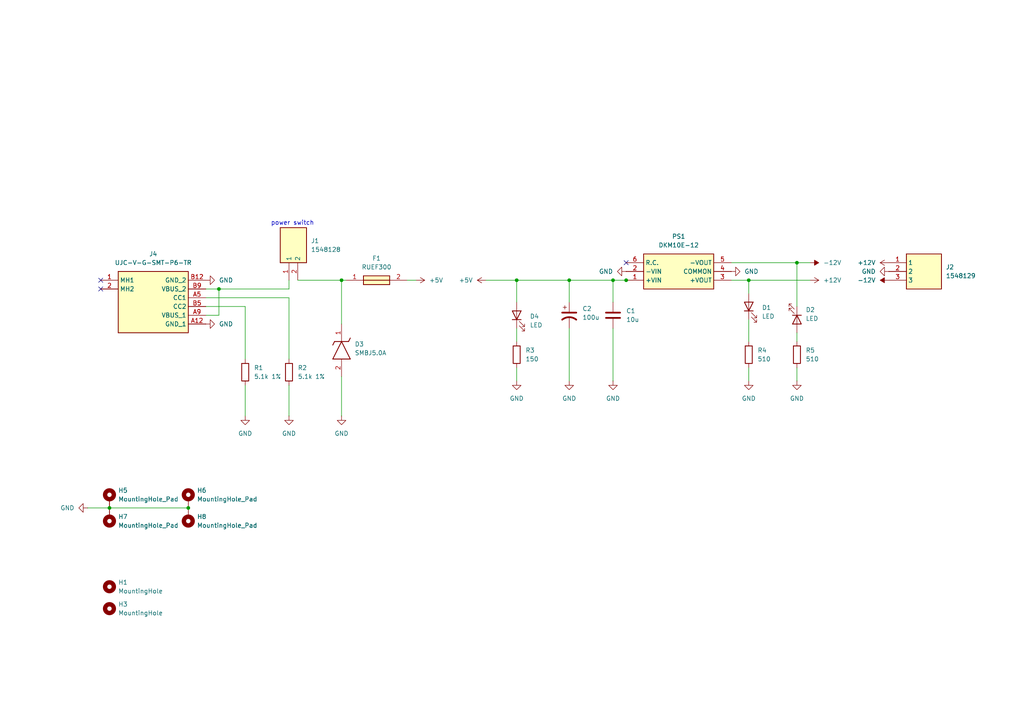
<source format=kicad_sch>
(kicad_sch (version 20250114) (generator "eeschema") (generator_version "9.0")
  (paper "A4")
  (lib_symbols
    (symbol "1548128:1548128"
      (property "Reference" "J" (at 16.51 7.62 0))
      (property "Value" "1548128" (at 16.51 5.08 0))
      (symbol "1548128_1_1"
        (rectangle (start 5.08 2.54) (end 15.24 -5.08) (stroke (width 0.254)) (fill (type background)))
        (pin passive line (at 0 0 0) (length 5.08) (name "1") (number "1"))
        (pin passive line (at 0 -2.54 0) (length 5.08) (name "2") (number "2"))
      )
    )
    (symbol "DKM10E-12:DKM10E-12"
      (property "Reference" "PS" (at 26.67 7.62 0))
      (property "Value" "DKM10E-12" (at 26.67 5.08 0))
      (symbol "DKM10E-12_1_1"
        (rectangle (start 5.08 2.54) (end 25.4 -7.62) (stroke (width 0.254)) (fill (type background)))
        (pin passive line (at 0 0 0) (length 5.08) (name "R.C.") (number "6"))
        (pin passive line (at 0 -2.54 0) (length 5.08) (name "-VIN") (number "2"))
        (pin passive line (at 0 -5.08 0) (length 5.08) (name "+VIN") (number "1"))
        (pin passive line (at 30.48 0 180) (length 5.08) (name "-VOUT") (number "5"))
        (pin passive line (at 30.48 -2.54 180) (length 5.08) (name "COMMON") (number "4"))
        (pin passive line (at 30.48 -5.08 180) (length 5.08) (name "+VOUT") (number "3"))
      )
    )
    (symbol "Device:C" (pin_numbers (hide yes)) (pin_names (offset 0.254))
      (property "Reference" "C" (at 0.635 2.54 0))
      (property "Value" "C" (at 0.635 -2.54 0))
      (symbol "C_0_1"
        (polyline (pts (xy -2.032 0.762) (xy 2.032 0.762)) (stroke (width 0.508)))
        (polyline (pts (xy -2.032 -0.762) (xy 2.032 -0.762)) (stroke (width 0.508)))
      )
      (symbol "C_1_1"
        (pin passive line (at 0 3.81 270) (length 2.794) (name "~") (number "1"))
        (pin passive line (at 0 -3.81 90) (length 2.794) (name "~") (number "2"))
      )
    )
    (symbol "Device:C_Polarized_US" (pin_numbers (hide yes)) (pin_names (offset 0.254) (hide yes))
      (property "Reference" "C" (at 0.635 2.54 0))
      (property "Value" "C_Polarized_US" (at 0.635 -2.54 0))
      (symbol "C_Polarized_US_0_1"
        (polyline (pts (xy -2.032 0.762) (xy 2.032 0.762)) (stroke (width 0.508)))
        (polyline (pts (xy -1.778 2.286) (xy -0.762 2.286)))
        (polyline (pts (xy -1.27 1.778) (xy -1.27 2.794)))
        (arc (start -2.032 -1.27) (mid 0 -0.5572) (end 2.032 -1.27) (stroke (width 0.508)))
      )
      (symbol "C_Polarized_US_1_1"
        (pin passive line (at 0 3.81 270) (length 2.794) (name "~") (number "1"))
        (pin passive line (at 0 -3.81 90) (length 3.302) (name "~") (number "2"))
      )
    )
    (symbol "Device:LED" (pin_numbers (hide yes)) (pin_names (offset 1.016) (hide yes))
      (property "Reference" "D" (at 0 2.54 0))
      (property "Value" "LED" (at 0 -2.54 0))
      (symbol "LED_0_1"
        (polyline (pts (xy -3.048 -0.762) (xy -4.572 -2.286) (xy -3.81 -2.286) (xy -4.572 -2.286) (xy -4.572 -1.524)))
        (polyline (pts (xy -1.778 -0.762) (xy -3.302 -2.286) (xy -2.54 -2.286) (xy -3.302 -2.286) (xy -3.302 -1.524)))
        (polyline (pts (xy -1.27 0) (xy 1.27 0)))
        (polyline (pts (xy -1.27 -1.27) (xy -1.27 1.27)) (stroke (width 0.254)))
        (polyline (pts (xy 1.27 -1.27) (xy 1.27 1.27) (xy -1.27 0) (xy 1.27 -1.27)) (stroke (width 0.254)))
      )
      (symbol "LED_1_1"
        (pin passive line (at -3.81 0 0) (length 2.54) (name "K") (number "1"))
        (pin passive line (at 3.81 0 180) (length 2.54) (name "A") (number "2"))
      )
    )
    (symbol "Device:R" (pin_numbers (hide yes)) (pin_names (offset 0))
      (property "Reference" "R" (at 2.032 0 90))
      (property "Value" "R" (at 0 0 90))
      (symbol "R_0_1"
        (rectangle (start -1.016 -2.54) (end 1.016 2.54) (stroke (width 0.254)))
      )
      (symbol "R_1_1"
        (pin passive line (at 0 3.81 270) (length 1.27) (name "~") (number "1"))
        (pin passive line (at 0 -3.81 90) (length 1.27) (name "~") (number "2"))
      )
    )
    (symbol "Mechanical:MountingHole" (pin_names (offset 1.016)) (in_bom no)
      (property "Reference" "H" (at 0 5.08 0))
      (property "Value" "MountingHole" (at 0 3.175 0))
      (symbol "MountingHole_0_1"
        (circle (center 0 0) (radius 1.27) (stroke (width 1.27)))
      )
    )
    (symbol "Mechanical:MountingHole_Pad" (pin_numbers (hide yes)) (pin_names (offset 1.016) (hide yes)) (in_bom no)
      (property "Reference" "H" (at 0 6.35 0))
      (property "Value" "MountingHole_Pad" (at 0 4.445 0))
      (symbol "MountingHole_Pad_0_1"
        (circle (center 0 1.27) (radius 1.27) (stroke (width 1.27)))
      )
      (symbol "MountingHole_Pad_1_1"
        (pin input line (at 0 -2.54 90) (length 2.54) (name "1") (number "1"))
      )
    )
    (symbol "RUEF300:RUEF300" (pin_names (hide yes))
      (property "Reference" "F" (at 13.97 6.35 0))
      (property "Value" "RUEF300" (at 13.97 3.81 0))
      (symbol "RUEF300_1_1"
        (rectangle (start 5.08 1.27) (end 12.7 -1.27) (stroke (width 0.254)) (fill (type background)))
        (polyline (pts (xy 5.08 0) (xy 12.7 0)) (stroke (width 0.254)))
        (pin passive line (at 0 0 0) (length 5.08) (name "1") (number "1"))
        (pin passive line (at 17.78 0 180) (length 5.08) (name "2") (number "2"))
      )
    )
    (symbol "SMBJ5_0A:SMBJ5.0A" (pin_names (hide yes))
      (property "Reference" "D" (at 10.16 8.89 0))
      (property "Value" "SMBJ5.0A" (at 10.16 6.35 0))
      (symbol "SMBJ5.0A_1_1"
        (polyline (pts (xy 4.064 2.54) (xy 5.08 2.032)) (stroke (width 0.254)))
        (polyline (pts (xy 5.08 0) (xy 10.16 2.54)) (stroke (width 0.254)))
        (polyline (pts (xy 5.08 -2.032) (xy 5.08 2.032)) (stroke (width 0.254)))
        (polyline (pts (xy 5.08 -2.032) (xy 6.096 -2.54)) (stroke (width 0.254)))
        (polyline (pts (xy 10.16 -2.54) (xy 5.08 0)) (stroke (width 0.254)))
        (polyline (pts (xy 10.16 -2.54) (xy 10.16 2.54)) (stroke (width 0.254)))
        (pin bidirectional line (at 0 0 0) (length 5.08) (name "K") (number "1"))
        (pin bidirectional line (at 15.24 0 180) (length 5.08) (name "A") (number "2"))
      )
    )
    (symbol "Steckbare Anschlussblöcke MKDSN 1,5/ 3-5,08 SPE:1548129"
      (property "Reference" "J" (at 16.51 7.62 0))
      (property "Value" "1548129" (at 16.51 5.08 0))
      (symbol "1548129_1_1"
        (rectangle (start 5.08 2.54) (end 15.24 -7.62) (stroke (width 0.254)) (fill (type background)))
        (pin passive line (at 0 0 0) (length 5.08) (name "1") (number "1"))
        (pin passive line (at 0 -2.54 0) (length 5.08) (name "2") (number "2"))
        (pin passive line (at 0 -5.08 0) (length 5.08) (name "3") (number "3"))
      )
    )
    (symbol "UJC-V-G-SMT-P6-TR:UJC-V-G-SMT-P6-TR"
      (property "Reference" "J" (at 26.67 7.62 0))
      (property "Value" "UJC-V-G-SMT-P6-TR" (at 26.67 5.08 0))
      (symbol "UJC-V-G-SMT-P6-TR_1_1"
        (rectangle (start 5.08 2.54) (end 25.4 -15.24) (stroke (width 0.254)) (fill (type background)))
        (pin passive line (at 0 0 0) (length 5.08) (name "MH1") (number "1"))
        (pin passive line (at 0 -2.54 0) (length 5.08) (name "MH2") (number "2"))
        (pin passive line (at 30.48 0 180) (length 5.08) (name "GND_2") (number "B12"))
        (pin passive line (at 30.48 -2.54 180) (length 5.08) (name "VBUS_2") (number "B9"))
        (pin passive line (at 30.48 -5.08 180) (length 5.08) (name "CC1") (number "A5"))
        (pin passive line (at 30.48 -7.62 180) (length 5.08) (name "CC2") (number "B5"))
        (pin passive line (at 30.48 -10.16 180) (length 5.08) (name "VBUS_1") (number "A9"))
        (pin passive line (at 30.48 -12.7 180) (length 5.08) (name "GND_1") (number "A12"))
      )
    )
    (symbol "power:+12V" (power) (pin_numbers (hide yes)) (pin_names (offset 0) (hide yes))
      (property "Value" "+12V" (at 0 3.556 0))
      (symbol "+12V_0_1"
        (polyline (pts (xy -0.762 1.27) (xy 0 2.54)))
        (polyline (pts (xy 0 2.54) (xy 0.762 1.27)))
        (polyline (pts (xy 0 0) (xy 0 2.54)))
      )
      (symbol "+12V_1_1"
        (pin power_in line (at 0 0 90) (length 0) (name "~") (number "1"))
      )
    )
    (symbol "power:+5V" (power) (pin_numbers (hide yes)) (pin_names (offset 0) (hide yes))
      (property "Value" "+5V" (at 0 3.556 0))
      (symbol "+5V_0_1"
        (polyline (pts (xy -0.762 1.27) (xy 0 2.54)))
        (polyline (pts (xy 0 2.54) (xy 0.762 1.27)))
        (polyline (pts (xy 0 0) (xy 0 2.54)))
      )
      (symbol "+5V_1_1"
        (pin power_in line (at 0 0 90) (length 0) (name "~") (number "1"))
      )
    )
    (symbol "power:-12V" (power) (pin_numbers (hide yes)) (pin_names (offset 0) (hide yes))
      (property "Value" "-12V" (at 0 3.556 0))
      (symbol "-12V_0_0"
        (pin power_in line (at 0 0 90) (length 0) (name "~") (number "1"))
      )
      (symbol "-12V_0_1"
        (polyline (pts (xy 0 0) (xy 0 1.27) (xy 0.762 1.27) (xy 0 2.54) (xy -0.762 1.27) (xy 0 1.27)) (fill (type outline)))
      )
    )
    (symbol "power:GND" (power) (pin_numbers (hide yes)) (pin_names (offset 0) (hide yes))
      (property "Value" "GND" (at 0 -3.81 0))
      (symbol "GND_0_1"
        (polyline (pts (xy 0 0) (xy 0 -1.27) (xy 1.27 -1.27) (xy 0 -2.54) (xy -1.27 -1.27) (xy 0 -1.27)))
      )
      (symbol "GND_1_1"
        (pin power_in line (at 0 0 270) (length 0) (name "~") (number "1"))
      )
    )
  )
  (text "power switch\n" (at 84.836 64.77 0) (effects (font (size 1.27 1.27))))
  (junction (at 217.17 81.28))
  (junction (at 63.5 83.82))
  (junction (at 177.8 81.28))
  (junction (at 31.75 147.32))
  (junction (at 181.61 81.28))
  (junction (at 165.1 81.28))
  (junction (at 231.14 76.2))
  (junction (at 54.61 147.32))
  (junction (at 99.06 81.28))
  (junction (at 149.86 81.28))
  (no_connect (at 29.21 81.28))
  (no_connect (at 29.21 83.82))
  (no_connect (at 181.61 76.2))
  (wire (pts (xy 31.75 147.32) (xy 54.61 147.32)))
  (wire (pts (xy 100.33 81.28) (xy 99.06 81.28)))
  (wire (pts (xy 217.17 92.71) (xy 217.17 99.06)))
  (wire (pts (xy 149.86 95.25) (xy 149.86 99.06)))
  (wire (pts (xy 71.12 88.9) (xy 71.12 104.14)))
  (wire (pts (xy 231.14 106.68) (xy 231.14 110.49)))
  (wire (pts (xy 234.95 76.2) (xy 231.14 76.2)))
  (wire (pts (xy 63.5 83.82) (xy 83.82 83.82)))
  (wire (pts (xy 217.17 85.09) (xy 217.17 81.28)))
  (wire (pts (xy 59.69 83.82) (xy 63.5 83.82)))
  (wire (pts (xy 149.86 87.63) (xy 149.86 81.28)))
  (wire (pts (xy 231.14 76.2) (xy 231.14 88.9)))
  (wire (pts (xy 86.36 81.28) (xy 99.06 81.28)))
  (wire (pts (xy 59.69 88.9) (xy 71.12 88.9)))
  (wire (pts (xy 231.14 96.52) (xy 231.14 99.06)))
  (wire (pts (xy 217.17 106.68) (xy 217.17 110.49)))
  (wire (pts (xy 140.97 81.28) (xy 149.86 81.28)))
  (wire (pts (xy 217.17 81.28) (xy 234.95 81.28)))
  (wire (pts (xy 59.69 86.36) (xy 83.82 86.36)))
  (wire (pts (xy 149.86 81.28) (xy 165.1 81.28)))
  (wire (pts (xy 25.4 147.32) (xy 31.75 147.32)))
  (wire (pts (xy 99.06 93.98) (xy 99.06 81.28)))
  (wire (pts (xy 217.17 81.28) (xy 212.09 81.28)))
  (wire (pts (xy 71.12 111.76) (xy 71.12 120.65)))
  (wire (pts (xy 149.86 106.68) (xy 149.86 110.49)))
  (wire (pts (xy 83.82 83.82) (xy 83.82 81.28)))
  (wire (pts (xy 177.8 95.25) (xy 177.8 110.49)))
  (wire (pts (xy 83.82 86.36) (xy 83.82 104.14)))
  (wire (pts (xy 231.14 76.2) (xy 212.09 76.2)))
  (wire (pts (xy 99.06 109.22) (xy 99.06 120.65)))
  (wire (pts (xy 63.5 91.44) (xy 63.5 83.82)))
  (wire (pts (xy 59.69 91.44) (xy 63.5 91.44)))
  (wire (pts (xy 118.11 81.28) (xy 120.65 81.28)))
  (wire (pts (xy 177.8 81.28) (xy 181.61 81.28)))
  (wire (pts (xy 165.1 81.28) (xy 177.8 81.28)))
  (wire (pts (xy 165.1 95.25) (xy 165.1 110.49)))
  (wire (pts (xy 185.42 81.28) (xy 181.61 81.28)))
  (wire (pts (xy 165.1 81.28) (xy 165.1 87.63)))
  (wire (pts (xy 177.8 81.28) (xy 177.8 87.63)))
  (wire (pts (xy 83.82 111.76) (xy 83.82 120.65)))
  (symbol (lib_id "power:GND") (at 231.14 110.49 0) (unit 1)
    (property "Reference" "#PWR012" (effects (hide yes)))
    (property "Value" "GND" (at 231.14 115.57 0))
    (property "Description" "Power symbol creates a global label with name \"GND\" , ground" (effects (hide yes)))
  )
  (symbol (lib_id "Device:LED") (at 217.17 88.9 90) (unit 1)
    (property "Reference" "D1" (at 220.98 89.2174 90) (effects (justify right)))
    (property "Value" "LED" (at 220.98 91.7574 90) (effects (justify right)))
    (property "Footprint" "LED_THT:LED_D5.0mm" (effects (hide yes)))
    (property "Description" "Light emitting diode" (effects (hide yes)))
    (property "Sim.Pins" "1=K 2=A" (effects (hide yes)))
  )
  (symbol (lib_id "power:-12V") (at 257.81 81.28 90) (unit 1)
    (property "Reference" "#PWR017" (effects (hide yes)))
    (property "Value" "-12V" (at 254 81.2799 90) (effects (justify left)))
    (property "Description" "Power symbol creates a global label with name \"-12V\"" (effects (hide yes)))
  )
  (symbol (lib_id "Device:R") (at 149.86 102.87 0) (unit 1)
    (property "Reference" "R3" (at 152.4 101.5999 0) (effects (justify left)))
    (property "Value" "150" (at 152.4 104.1399 0) (effects (justify left)))
    (property "Footprint" "Resistor_THT:R_Axial_DIN0207_L6.3mm_D2.5mm_P7.62mm_Horizontal" (effects (hide yes)))
    (property "Description" "Resistor" (effects (hide yes)))
  )
  (symbol (lib_id "Mechanical:MountingHole") (at 31.75 170.18 0) (unit 1) (in_bom no)
    (property "Reference" "H1" (at 34.29 168.9099 0) (effects (justify left)))
    (property "Value" "MountingHole" (at 34.29 171.4499 0) (effects (justify left)))
    (property "Footprint" "MountingHole:MountingHole_3.2mm_M3" (effects (hide yes)))
    (property "Description" "Mounting Hole without connection" (effects (hide yes)))
  )
  (symbol (lib_id "Mechanical:MountingHole_Pad") (at 31.75 144.78 0) (unit 1) (in_bom no)
    (property "Reference" "H5" (at 34.29 142.2399 0) (effects (justify left)))
    (property "Value" "MountingHole_Pad" (at 34.29 144.7799 0) (effects (justify left)))
    (property "Footprint" "MountingHole:MountingHole_2.2mm_M2_DIN965_Pad" (effects (hide yes)))
    (property "Description" "Mounting Hole with connection" (effects (hide yes)))
  )
  (symbol (lib_id "Device:R") (at 231.14 102.87 0) (unit 1)
    (property "Reference" "R5" (at 233.68 101.5999 0) (effects (justify left)))
    (property "Value" "510" (at 233.68 104.1399 0) (effects (justify left)))
    (property "Footprint" "Resistor_THT:R_Axial_DIN0207_L6.3mm_D2.5mm_P7.62mm_Horizontal" (effects (hide yes)))
    (property "Description" "Resistor" (effects (hide yes)))
  )
  (symbol (lib_id "power:GND") (at 99.06 120.65 0) (unit 1)
    (property "Reference" "#PWR013" (effects (hide yes)))
    (property "Value" "GND" (at 99.06 125.73 0))
    (property "Description" "Power symbol creates a global label with name \"GND\" , ground" (effects (hide yes)))
  )
  (symbol (lib_id "power:GND") (at 177.8 110.49 0) (unit 1)
    (property "Reference" "#PWR014" (effects (hide yes)))
    (property "Value" "GND" (at 177.8 115.57 0))
    (property "Description" "Power symbol creates a global label with name \"GND\" , ground" (effects (hide yes)))
  )
  (symbol (lib_id "power:-12V") (at 234.95 76.2 270) (unit 1)
    (property "Reference" "#PWR09" (effects (hide yes)))
    (property "Value" "-12V" (at 238.76 76.1999 90) (effects (justify left)))
    (property "Description" "Power symbol creates a global label with name \"-12V\"" (effects (hide yes)))
  )
  (symbol (lib_id "Mechanical:MountingHole_Pad") (at 31.75 149.86 180) (unit 1) (in_bom no)
    (property "Reference" "H7" (at 34.29 149.8599 0) (effects (justify right)))
    (property "Value" "MountingHole_Pad" (at 34.29 152.3999 0) (effects (justify right)))
    (property "Footprint" "MountingHole:MountingHole_2.2mm_M2_DIN965_Pad" (effects (hide yes)))
    (property "Description" "Mounting Hole with connection" (effects (hide yes)))
  )
  (symbol (lib_id "1548128:1548128") (at 83.82 81.28 90) (unit 1)
    (property "Reference" "J1" (at 90.17 69.8499 90) (effects (justify right)))
    (property "Value" "1548128" (at 90.17 72.3899 90) (effects (justify right)))
    (property "Footprint" "import:1548128" (effects (hide yes)))
    (property "Datasheet" "https://product-download.phoenixcontact.com/8064728?response-content-disposition=inline;%20filename%3D%22pxc_1548128_00_05_MKDSN-1-5-2-5-08-SPE_FAM.pdf%22&Expires=1710663383&Signature=dNE3xUpP8aZKNM7MbijW96iZv~1ZSU7z-jr1GpV8auc4knETZVFd79aWCcONAeV4hWLRa32" (effects (hide yes)))
    (property "Description" "Pluggable Terminal Blocks MKDSN 1,5/ 2-5,08 SPE" (effects (hide yes)))
    (property "Height" "10.15" (effects (hide yes)))
    (property "Mouser Part Number" "651-1548128" (effects (hide yes)))
    (property "Mouser Price/Stock" "https://www.mouser.co.uk/ProductDetail/Phoenix-Contact/1548128?qs=ulEaXIWI0c87QOzP9yohxA%3D%3D" (effects (hide yes)))
    (property "Manufacturer_Name" "Phoenix Contact" (effects (hide yes)))
    (property "Manufacturer_Part_Number" "1548128" (effects (hide yes)))
  )
  (symbol (lib_id "UJC-V-G-SMT-P6-TR:UJC-V-G-SMT-P6-TR") (at 29.21 81.28 0) (unit 1)
    (property "Reference" "J4" (at 44.45 73.66 0))
    (property "Value" "UJC-V-G-SMT-P6-TR" (at 44.45 76.2 0))
    (property "Footprint" "import:UJCVGSMTP6TR" (effects (hide yes)))
    (property "Datasheet" "https://www.sameskydevices.com/product/resource/supplyframepdf/ujc-v-g-smt-p6-tr.pdf" (effects (hide yes)))
    (property "Description" "Type C, Power Only, 30 Vac, 3 A, Vertical, Gold plated 3u, Surface Mount, 6 pin, USB Receptacle" (effects (hide yes)))
    (property "Height" "6.8" (effects (hide yes)))
    (property "Mouser Part Number" "179-UJCVGSMTP6TR" (effects (hide yes)))
    (property "Mouser Price/Stock" "https://www.mouser.co.uk/ProductDetail/Same-Sky/UJC-V-G-SMT-P6-TR?qs=IKkN%2F947nfAzzyEkciO2Kg%3D%3D" (effects (hide yes)))
    (property "Manufacturer_Name" "Same Sky" (effects (hide yes)))
    (property "Manufacturer_Part_Number" "UJC-V-G-SMT-P6-TR" (effects (hide yes)))
  )
  (symbol (lib_id "DKM10E-12:DKM10E-12") (at 181.61 76.2 0) (unit 1)
    (property "Reference" "PS1" (at 196.85 68.58 0))
    (property "Value" "DKM10E-12" (at 196.85 71.12 0))
    (property "Footprint" "import:DKM10E12" (effects (hide yes)))
    (property "Datasheet" "https://www.arrow.com/en/products/dkm10e-12/mean-well-enterprises" (effects (hide yes)))
    (property "Description" "Isolated DC/DC Converters 4.7-9Vin +/-12Vout +/-416mA DIP Iso Reg" (effects (hide yes)))
    (property "Height" "10.7" (effects (hide yes)))
    (property "Mouser Part Number" "709-DKM10E-12" (effects (hide yes)))
    (property "Mouser Price/Stock" "https://www.mouser.co.uk/ProductDetail/MEAN-WELL/DKM10E-12?qs=5aG0NVq1C4zPtXAOpwxv0A%3D%3D" (effects (hide yes)))
    (property "Manufacturer_Name" "Mean Well" (effects (hide yes)))
    (property "Manufacturer_Part_Number" "DKM10E-12" (effects (hide yes)))
  )
  (symbol (lib_id "power:+12V") (at 234.95 81.28 270) (unit 1)
    (property "Reference" "#PWR08" (effects (hide yes)))
    (property "Value" "+12V" (at 238.76 81.2799 90) (effects (justify left)))
    (property "Description" "Power symbol creates a global label with name \"+12V\"" (effects (hide yes)))
  )
  (symbol (lib_id "Mechanical:MountingHole") (at 31.75 176.53 0) (unit 1) (in_bom no)
    (property "Reference" "H3" (at 34.29 175.2599 0) (effects (justify left)))
    (property "Value" "MountingHole" (at 34.29 177.7999 0) (effects (justify left)))
    (property "Footprint" "MountingHole:MountingHole_3.2mm_M3" (effects (hide yes)))
    (property "Description" "Mounting Hole without connection" (effects (hide yes)))
  )
  (symbol (lib_id "power:GND") (at 212.09 78.74 90) (unit 1)
    (property "Reference" "#PWR010" (effects (hide yes)))
    (property "Value" "GND" (at 215.9 78.7399 90) (effects (justify right)))
    (property "Description" "Power symbol creates a global label with name \"GND\" , ground" (effects (hide yes)))
  )
  (symbol (lib_id "power:GND") (at 165.1 110.49 0) (unit 1)
    (property "Reference" "#PWR015" (effects (hide yes)))
    (property "Value" "GND" (at 165.1 115.57 0))
    (property "Description" "Power symbol creates a global label with name \"GND\" , ground" (effects (hide yes)))
  )
  (symbol (lib_id "power:GND") (at 83.82 120.65 0) (unit 1)
    (property "Reference" "#PWR02" (effects (hide yes)))
    (property "Value" "GND" (at 83.82 125.73 0))
    (property "Description" "Power symbol creates a global label with name \"GND\" , ground" (effects (hide yes)))
  )
  (symbol (lib_id "Device:C_Polarized_US") (at 165.1 91.44 0) (unit 1)
    (property "Reference" "C2" (at 168.91 89.5349 0) (effects (justify left)))
    (property "Value" "100u" (at 168.91 92.0749 0) (effects (justify left)))
    (property "Footprint" "Capacitor_THT:C_Radial_D6.3mm_H7.0mm_P2.50mm" (effects (hide yes)))
    (property "Description" "Polarized capacitor, US symbol" (effects (hide yes)))
  )
  (symbol (lib_id "power:+5V") (at 120.65 81.28 270) (unit 1)
    (property "Reference" "#PWR05" (effects (hide yes)))
    (property "Value" "+5V" (at 124.46 81.2799 90) (effects (justify left)))
    (property "Description" "Power symbol creates a global label with name \"+5V\"" (effects (hide yes)))
  )
  (symbol (lib_id "Mechanical:MountingHole_Pad") (at 54.61 149.86 180) (unit 1) (in_bom no)
    (property "Reference" "H8" (at 57.15 149.8599 0) (effects (justify right)))
    (property "Value" "MountingHole_Pad" (at 57.15 152.3999 0) (effects (justify right)))
    (property "Footprint" "MountingHole:MountingHole_2.2mm_M2_DIN965_Pad" (effects (hide yes)))
    (property "Description" "Mounting Hole with connection" (effects (hide yes)))
  )
  (symbol (lib_id "power:GND") (at 59.69 81.28 90) (unit 1)
    (property "Reference" "#PWR04" (effects (hide yes)))
    (property "Value" "GND" (at 63.5 81.2799 90) (effects (justify right)))
    (property "Description" "Power symbol creates a global label with name \"GND\" , ground" (effects (hide yes)))
  )
  (symbol (lib_id "power:GND") (at 25.4 147.32 270) (unit 1)
    (property "Reference" "#PWR019" (effects (hide yes)))
    (property "Value" "GND" (at 21.59 147.3199 90) (effects (justify right)))
    (property "Description" "Power symbol creates a global label with name \"GND\" , ground" (effects (hide yes)))
  )
  (symbol (lib_id "power:GND") (at 59.69 93.98 90) (unit 1)
    (property "Reference" "#PWR03" (effects (hide yes)))
    (property "Value" "GND" (at 63.5 93.9799 90) (effects (justify right)))
    (property "Description" "Power symbol creates a global label with name \"GND\" , ground" (effects (hide yes)))
  )
  (symbol (lib_id "Device:LED") (at 149.86 91.44 90) (unit 1)
    (property "Reference" "D4" (at 153.67 91.7574 90) (effects (justify right)))
    (property "Value" "LED" (at 153.67 94.2974 90) (effects (justify right)))
    (property "Footprint" "LED_THT:LED_D5.0mm" (effects (hide yes)))
    (property "Description" "Light emitting diode" (effects (hide yes)))
    (property "Sim.Pins" "1=K 2=A" (effects (hide yes)))
  )
  (symbol (lib_id "RUEF300:RUEF300") (at 100.33 81.28 0) (unit 1)
    (property "Reference" "F1" (at 109.22 74.93 0))
    (property "Value" "RUEF300" (at 109.22 77.47 0))
    (property "Footprint" "import:RUEF300" (effects (hide yes)))
    (property "Datasheet" "https://www.littelfuse.com/media?resourcetype=product-specifications&itemid=abc08303-3c09-4631-bb5b-bf42c06598e2&filename=littelfuse-ptc-ruef300-product-specification" (effects (hide yes)))
    (property "Description" "Littelfuse 3A Radial Leaded PCB Mount Resettable Fuse, 30V dc" (effects (hide yes)))
    (property "Height" "16.5" (effects (hide yes)))
    (property "Mouser Part Number" "650-RUEF300" (effects (hide yes)))
    (property "Mouser Price/Stock" "https://www.mouser.co.uk/ProductDetail/Littelfuse/RUEF300?qs=hv6pn79dJPSXLWd1TZLwIA%3D%3D" (effects (hide yes)))
    (property "Manufacturer_Name" "LITTELFUSE" (effects (hide yes)))
    (property "Manufacturer_Part_Number" "RUEF300" (effects (hide yes)))
  )
  (symbol (lib_id "SMBJ5_0A:SMBJ5.0A") (at 99.06 93.98 270) (unit 1)
    (property "Reference" "D3" (at 102.87 99.8219 90) (effects (justify left)))
    (property "Value" "SMBJ5.0A" (at 102.87 102.3619 90) (effects (justify left)))
    (property "Footprint" "import:SMBJ5.0A" (effects (hide yes)))
    (property "Datasheet" "https://www.mouser.co.uk/datasheet/2/240/Littelfuse_TVS_Diode_SMBJ_Datasheet.pdf-1108540.pdf" (effects (hide yes)))
    (property "Description" "Littelfuse SMBJ5.0A, Uni-Directional TVS Diode, 600W, 2-Pin DO-214AA" (effects (hide yes)))
    (property "Height" "2.61" (effects (hide yes)))
    (property "Mouser Part Number" "576-SMBJ5.0A" (effects (hide yes)))
    (property "Mouser Price/Stock" "https://www.mouser.co.uk/ProductDetail/Littelfuse/SMBJ5.0A?qs=JJML70Qc14t9tktzNr1oMQ%3D%3D" (effects (hide yes)))
    (property "Manufacturer_Name" "LITTELFUSE" (effects (hide yes)))
    (property "Manufacturer_Part_Number" "SMBJ5.0A" (effects (hide yes)))
  )
  (symbol (lib_id "Mechanical:MountingHole_Pad") (at 54.61 144.78 0) (unit 1) (in_bom no)
    (property "Reference" "H6" (at 57.15 142.2399 0) (effects (justify left)))
    (property "Value" "MountingHole_Pad" (at 57.15 144.7799 0) (effects (justify left)))
    (property "Footprint" "MountingHole:MountingHole_2.2mm_M2_DIN965_Pad" (effects (hide yes)))
    (property "Description" "Mounting Hole with connection" (effects (hide yes)))
  )
  (symbol (lib_id "power:GND") (at 71.12 120.65 0) (unit 1)
    (property "Reference" "#PWR01" (effects (hide yes)))
    (property "Value" "GND" (at 71.12 125.73 0))
    (property "Description" "Power symbol creates a global label with name \"GND\" , ground" (effects (hide yes)))
  )
  (symbol (lib_id "power:GND") (at 181.61 78.74 270) (unit 1)
    (property "Reference" "#PWR07" (effects (hide yes)))
    (property "Value" "GND" (at 177.8 78.7399 90) (effects (justify right)))
    (property "Description" "Power symbol creates a global label with name \"GND\" , ground" (effects (hide yes)))
  )
  (symbol (lib_id "Device:R") (at 217.17 102.87 0) (unit 1)
    (property "Reference" "R4" (at 219.71 101.5999 0) (effects (justify left)))
    (property "Value" "510" (at 219.71 104.1399 0) (effects (justify left)))
    (property "Footprint" "Resistor_THT:R_Axial_DIN0207_L6.3mm_D2.5mm_P7.62mm_Horizontal" (effects (hide yes)))
    (property "Description" "Resistor" (effects (hide yes)))
  )
  (symbol (lib_id "Device:LED") (at 231.14 92.71 270) (unit 1)
    (property "Reference" "D2" (at 233.68 89.8524 90) (effects (justify left)))
    (property "Value" "LED" (at 233.68 92.3924 90) (effects (justify left)))
    (property "Footprint" "LED_THT:LED_D5.0mm" (effects (hide yes)))
    (property "Description" "Light emitting diode" (effects (hide yes)))
    (property "Sim.Pins" "1=K 2=A" (effects (hide yes)))
  )
  (symbol (lib_id "power:+5V") (at 140.97 81.28 90) (unit 1)
    (property "Reference" "#PWR06" (effects (hide yes)))
    (property "Value" "+5V" (at 137.16 81.2799 90) (effects (justify left)))
    (property "Description" "Power symbol creates a global label with name \"+5V\"" (effects (hide yes)))
  )
  (symbol (lib_id "power:GND") (at 149.86 110.49 0) (unit 1)
    (property "Reference" "#PWR020" (effects (hide yes)))
    (property "Value" "GND" (at 149.86 115.57 0))
    (property "Description" "Power symbol creates a global label with name \"GND\" , ground" (effects (hide yes)))
  )
  (symbol (lib_id "power:+12V") (at 257.81 76.2 90) (unit 1)
    (property "Reference" "#PWR016" (effects (hide yes)))
    (property "Value" "+12V" (at 254 76.1999 90) (effects (justify left)))
    (property "Description" "Power symbol creates a global label with name \"+12V\"" (effects (hide yes)))
  )
  (symbol (lib_id "Steckbare Anschlussblöcke MKDSN 1,5/ 3-5,08 SPE:1548129") (at 257.81 76.2 0) (unit 1)
    (property "Reference" "J2" (at 274.32 77.4699 0) (effects (justify left)))
    (property "Value" "1548129" (at 274.32 80.0099 0) (effects (justify left)))
    (property "Footprint" "import:1548129" (effects (hide yes)))
    (property "Datasheet" "https://www.phoenixcontact.com/en-in/products/pcb-terminal-block-mkdsn-15-3-508-spe-1548129" (effects (hide yes)))
    (property "Description" "Pluggable Terminal Blocks MKDSN 1,5/ 3-5,08 SPE" (effects (hide yes)))
    (property "Height" "10.15" (effects (hide yes)))
    (property "Mouser Part Number" "651-1548129" (effects (hide yes)))
    (property "Mouser Price/Stock" "https://www.mouser.co.uk/ProductDetail/Phoenix-Contact/1548129?qs=ulEaXIWI0c%2FYtJCBk3iUtQ%3D%3D" (effects (hide yes)))
    (property "Manufacturer_Name" "Phoenix Contact" (effects (hide yes)))
    (property "Manufacturer_Part_Number" "1548129" (effects (hide yes)))
  )
  (symbol (lib_id "Device:C") (at 177.8 91.44 0) (unit 1)
    (property "Reference" "C1" (at 181.61 90.1699 0) (effects (justify left)))
    (property "Value" "10u" (at 181.61 92.7099 0) (effects (justify left)))
    (property "Footprint" "Capacitor_THT:C_Radial_D5.0mm_H11.0mm_P2.00mm" (effects (hide yes)))
    (property "Description" "Unpolarized capacitor" (effects (hide yes)))
  )
  (symbol (lib_id "power:GND") (at 217.17 110.49 0) (unit 1)
    (property "Reference" "#PWR011" (effects (hide yes)))
    (property "Value" "GND" (at 217.17 115.57 0))
    (property "Description" "Power symbol creates a global label with name \"GND\" , ground" (effects (hide yes)))
  )
  (symbol (lib_id "power:GND") (at 257.81 78.74 270) (unit 1)
    (property "Reference" "#PWR018" (effects (hide yes)))
    (property "Value" "GND" (at 254 78.7399 90) (effects (justify right)))
    (property "Description" "Power symbol creates a global label with name \"GND\" , ground" (effects (hide yes)))
  )
  (symbol (lib_id "Device:R") (at 83.82 107.95 0) (unit 1)
    (property "Reference" "R2" (at 86.36 106.6799 0) (effects (justify left)))
    (property "Value" "5.1k 1%" (at 86.36 109.2199 0) (effects (justify left)))
    (property "Footprint" "Resistor_THT:R_Axial_DIN0207_L6.3mm_D2.5mm_P7.62mm_Horizontal" (effects (hide yes)))
    (property "Description" "Resistor" (effects (hide yes)))
  )
  (symbol (lib_id "Device:R") (at 71.12 107.95 0) (unit 1)
    (property "Reference" "R1" (at 73.66 106.6799 0) (effects (justify left)))
    (property "Value" "5.1k 1%" (at 73.66 109.2199 0) (effects (justify left)))
    (property "Footprint" "Resistor_THT:R_Axial_DIN0207_L6.3mm_D2.5mm_P7.62mm_Horizontal" (effects (hide yes)))
    (property "Description" "Resistor" (effects (hide yes)))
  )
)
</source>
